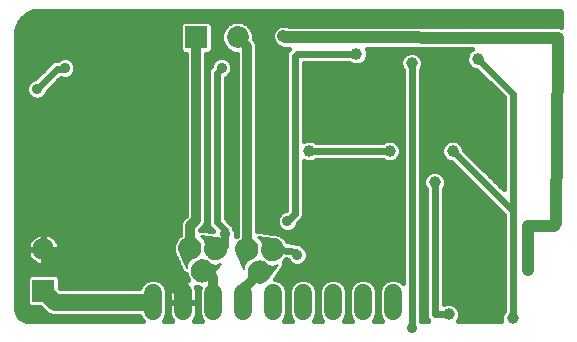
<source format=gbl>
G75*
%MOIN*%
%OFA0B0*%
%FSLAX25Y25*%
%IPPOS*%
%LPD*%
%AMOC8*
5,1,8,0,0,1.08239X$1,22.5*
%
%ADD10C,0.06000*%
%ADD11R,0.07283X0.07283*%
%ADD12C,0.07283*%
%ADD13R,0.04000X0.02000*%
%ADD14C,0.00500*%
%ADD15C,0.01600*%
%ADD16C,0.05600*%
%ADD17C,0.03962*%
%ADD18C,0.03569*%
%ADD19C,0.02400*%
%ADD20C,0.04000*%
%ADD21C,0.03200*%
D10*
X0053454Y0010926D02*
X0053454Y0016926D01*
X0063454Y0016926D02*
X0063454Y0010926D01*
X0073454Y0010926D02*
X0073454Y0016926D01*
X0083454Y0016926D02*
X0083454Y0010926D01*
X0093454Y0010926D02*
X0093454Y0016926D01*
X0103454Y0016926D02*
X0103454Y0010926D01*
X0113454Y0010926D02*
X0113454Y0016926D01*
X0123454Y0016926D02*
X0123454Y0010926D01*
X0133454Y0010926D02*
X0133454Y0016926D01*
D11*
X0016918Y0017745D03*
X0067863Y0102272D03*
D12*
X0081643Y0102272D03*
X0016918Y0031524D03*
D13*
X0065721Y0031761D03*
X0074296Y0032194D03*
X0084737Y0031406D03*
X0093312Y0031839D03*
X0089083Y0024005D03*
X0070068Y0024359D03*
D14*
X0072519Y0022062D02*
X0067181Y0022062D01*
X0067219Y0022010D02*
X0066810Y0022570D01*
X0066519Y0023199D01*
X0066355Y0023872D01*
X0066327Y0024565D01*
X0066433Y0025250D01*
X0066672Y0025900D01*
X0067033Y0026492D01*
X0067502Y0027002D01*
X0068062Y0027411D01*
X0068691Y0027702D01*
X0069364Y0027866D01*
X0070057Y0027894D01*
X0070741Y0027788D01*
X0071392Y0027549D01*
X0071984Y0027188D01*
X0072381Y0026797D01*
X0072847Y0026490D01*
X0073363Y0026280D01*
X0073911Y0026175D01*
X0074469Y0026179D01*
X0075015Y0026291D01*
X0075529Y0026508D01*
X0075990Y0026821D01*
X0072680Y0022237D01*
X0072211Y0021727D01*
X0071651Y0021318D01*
X0071022Y0021027D01*
X0070348Y0020864D01*
X0069656Y0020835D01*
X0068971Y0020942D01*
X0068320Y0021180D01*
X0067729Y0021541D01*
X0067219Y0022010D01*
X0067705Y0021563D02*
X0071986Y0021563D01*
X0071104Y0021065D02*
X0068636Y0021065D01*
X0066817Y0022560D02*
X0072913Y0022560D01*
X0073273Y0023059D02*
X0066584Y0023059D01*
X0066432Y0023557D02*
X0073633Y0023557D01*
X0073993Y0024056D02*
X0066348Y0024056D01*
X0066327Y0024554D02*
X0074353Y0024554D01*
X0074713Y0025053D02*
X0066403Y0025053D01*
X0066544Y0025551D02*
X0075073Y0025551D01*
X0075433Y0026050D02*
X0066763Y0026050D01*
X0067084Y0026548D02*
X0072758Y0026548D01*
X0072127Y0027047D02*
X0067563Y0027047D01*
X0068352Y0027545D02*
X0071398Y0027545D01*
X0072186Y0029041D02*
X0076394Y0029041D01*
X0076459Y0029082D02*
X0075874Y0028711D01*
X0075228Y0028461D01*
X0074545Y0028342D01*
X0073852Y0028359D01*
X0073176Y0028510D01*
X0072542Y0028791D01*
X0071975Y0029190D01*
X0071497Y0029691D01*
X0071126Y0030277D01*
X0070876Y0030923D01*
X0070757Y0031606D01*
X0070774Y0032299D01*
X0070940Y0032813D01*
X0071002Y0033349D01*
X0070959Y0033887D01*
X0070812Y0034406D01*
X0070566Y0034887D01*
X0070231Y0035311D01*
X0069820Y0035661D01*
X0069349Y0035924D01*
X0074713Y0035377D01*
X0075390Y0035226D01*
X0076023Y0034945D01*
X0076590Y0034546D01*
X0077069Y0034045D01*
X0077440Y0033459D01*
X0077689Y0032813D01*
X0077808Y0032130D01*
X0077792Y0031437D01*
X0077640Y0030761D01*
X0077360Y0030127D01*
X0076961Y0029560D01*
X0076459Y0029082D01*
X0076939Y0029539D02*
X0071641Y0029539D01*
X0071277Y0030038D02*
X0077297Y0030038D01*
X0077541Y0030536D02*
X0071025Y0030536D01*
X0070856Y0031035D02*
X0077702Y0031035D01*
X0077794Y0031534D02*
X0070770Y0031534D01*
X0070767Y0032032D02*
X0077806Y0032032D01*
X0077739Y0032531D02*
X0070848Y0032531D01*
X0070965Y0033029D02*
X0077606Y0033029D01*
X0077396Y0033528D02*
X0070988Y0033528D01*
X0070920Y0034026D02*
X0077080Y0034026D01*
X0076611Y0034525D02*
X0070752Y0034525D01*
X0070459Y0035023D02*
X0075847Y0035023D01*
X0073296Y0035522D02*
X0069984Y0035522D01*
X0068552Y0034026D02*
X0062842Y0034026D01*
X0062738Y0033897D02*
X0063173Y0034436D01*
X0063705Y0034881D01*
X0064313Y0035213D01*
X0064974Y0035420D01*
X0065664Y0035494D01*
X0066354Y0035432D01*
X0067019Y0035236D01*
X0067633Y0034915D01*
X0068172Y0034480D01*
X0068617Y0033948D01*
X0068949Y0033340D01*
X0069156Y0032678D01*
X0069230Y0031989D01*
X0069168Y0031299D01*
X0068973Y0030634D01*
X0068651Y0030020D01*
X0068216Y0029480D01*
X0067684Y0029036D01*
X0067076Y0028704D01*
X0066540Y0028546D01*
X0066045Y0028286D01*
X0065610Y0027934D01*
X0065252Y0027505D01*
X0064984Y0027014D01*
X0064818Y0026480D01*
X0064759Y0025924D01*
X0064809Y0025367D01*
X0062440Y0030577D01*
X0062233Y0031238D01*
X0062159Y0031927D01*
X0062221Y0032618D01*
X0062416Y0033283D01*
X0062738Y0033897D01*
X0062545Y0033528D02*
X0068846Y0033528D01*
X0069046Y0033029D02*
X0062342Y0033029D01*
X0062213Y0032531D02*
X0069172Y0032531D01*
X0069225Y0032032D02*
X0062169Y0032032D01*
X0062202Y0031534D02*
X0069189Y0031534D01*
X0069090Y0031035D02*
X0062297Y0031035D01*
X0062458Y0030536D02*
X0068922Y0030536D01*
X0068661Y0030038D02*
X0062685Y0030038D01*
X0062912Y0029539D02*
X0068264Y0029539D01*
X0067690Y0029041D02*
X0063139Y0029041D01*
X0063365Y0028542D02*
X0066534Y0028542D01*
X0065745Y0028044D02*
X0063592Y0028044D01*
X0063819Y0027545D02*
X0065285Y0027545D01*
X0065002Y0027047D02*
X0064045Y0027047D01*
X0064272Y0026548D02*
X0064839Y0026548D01*
X0064772Y0026050D02*
X0064499Y0026050D01*
X0064726Y0025551D02*
X0064793Y0025551D01*
X0073103Y0028542D02*
X0075438Y0028542D01*
X0075588Y0026548D02*
X0075793Y0026548D01*
X0081767Y0029539D02*
X0087565Y0029539D01*
X0087667Y0029666D02*
X0087232Y0029126D01*
X0086700Y0028682D01*
X0086092Y0028350D01*
X0085555Y0028191D01*
X0085060Y0027932D01*
X0084625Y0027580D01*
X0084267Y0027151D01*
X0084000Y0026660D01*
X0083834Y0026126D01*
X0083774Y0025570D01*
X0083825Y0025013D01*
X0081456Y0030222D01*
X0081249Y0030884D01*
X0081175Y0031573D01*
X0081237Y0032263D01*
X0081432Y0032928D01*
X0081754Y0033542D01*
X0082189Y0034082D01*
X0082720Y0034526D01*
X0083329Y0034858D01*
X0083990Y0035065D01*
X0084679Y0035139D01*
X0085370Y0035077D01*
X0086035Y0034882D01*
X0086649Y0034561D01*
X0087188Y0034126D01*
X0087633Y0033594D01*
X0087965Y0032985D01*
X0088172Y0032324D01*
X0088246Y0031635D01*
X0088184Y0030945D01*
X0087988Y0030280D01*
X0087667Y0029666D01*
X0087862Y0030038D02*
X0081540Y0030038D01*
X0081358Y0030536D02*
X0088064Y0030536D01*
X0088192Y0031035D02*
X0081233Y0031035D01*
X0081179Y0031534D02*
X0088237Y0031534D01*
X0088203Y0032032D02*
X0081216Y0032032D01*
X0081315Y0032531D02*
X0088107Y0032531D01*
X0087941Y0033029D02*
X0081485Y0033029D01*
X0081746Y0033528D02*
X0087669Y0033528D01*
X0087271Y0034026D02*
X0082144Y0034026D01*
X0082718Y0034525D02*
X0086693Y0034525D01*
X0085554Y0035023D02*
X0083856Y0035023D01*
X0088364Y0035570D02*
X0088836Y0035306D01*
X0089247Y0034956D01*
X0089582Y0034533D01*
X0089828Y0034052D01*
X0089975Y0033533D01*
X0090018Y0032994D01*
X0089955Y0032458D01*
X0089789Y0031944D01*
X0089773Y0031252D01*
X0089892Y0030569D01*
X0090141Y0029922D01*
X0090512Y0029337D01*
X0090991Y0028835D01*
X0091558Y0028437D01*
X0092191Y0028156D01*
X0092868Y0028005D01*
X0093560Y0027988D01*
X0094243Y0028107D01*
X0094890Y0028357D01*
X0095475Y0028728D01*
X0095977Y0029206D01*
X0096376Y0029773D01*
X0096656Y0030407D01*
X0096807Y0031083D01*
X0096824Y0031776D01*
X0096705Y0032459D01*
X0096455Y0033105D01*
X0096084Y0033690D01*
X0095606Y0034192D01*
X0095039Y0034591D01*
X0094405Y0034871D01*
X0093729Y0035023D01*
X0088364Y0035570D01*
X0088450Y0035522D02*
X0088835Y0035522D01*
X0089169Y0035023D02*
X0093726Y0035023D01*
X0095133Y0034525D02*
X0089586Y0034525D01*
X0089835Y0034026D02*
X0095764Y0034026D01*
X0096188Y0033528D02*
X0089975Y0033528D01*
X0090015Y0033029D02*
X0096485Y0033029D01*
X0096677Y0032531D02*
X0089964Y0032531D01*
X0089818Y0032032D02*
X0096779Y0032032D01*
X0096818Y0031534D02*
X0089779Y0031534D01*
X0089810Y0031035D02*
X0096797Y0031035D01*
X0096685Y0030536D02*
X0089904Y0030536D01*
X0090097Y0030038D02*
X0096493Y0030038D01*
X0096211Y0029539D02*
X0090384Y0029539D01*
X0090795Y0029041D02*
X0095804Y0029041D01*
X0095183Y0028542D02*
X0091407Y0028542D01*
X0092692Y0028044D02*
X0093882Y0028044D01*
X0095006Y0026467D02*
X0094545Y0026154D01*
X0094031Y0025937D01*
X0093485Y0025824D01*
X0092927Y0025821D01*
X0092379Y0025926D01*
X0091862Y0026136D01*
X0091397Y0026442D01*
X0091000Y0026834D01*
X0090408Y0027195D01*
X0089757Y0027433D01*
X0089072Y0027540D01*
X0088380Y0027511D01*
X0087706Y0027348D01*
X0087078Y0027057D01*
X0086518Y0026648D01*
X0086048Y0026138D01*
X0085688Y0025546D01*
X0085449Y0024895D01*
X0085342Y0024211D01*
X0085371Y0023518D01*
X0085534Y0022845D01*
X0085826Y0022216D01*
X0086234Y0021656D01*
X0086744Y0021187D01*
X0087336Y0020826D01*
X0087987Y0020587D01*
X0088672Y0020481D01*
X0089364Y0020509D01*
X0090038Y0020673D01*
X0090667Y0020964D01*
X0091226Y0021373D01*
X0091696Y0021883D01*
X0095006Y0026467D01*
X0094705Y0026050D02*
X0094298Y0026050D01*
X0094345Y0025551D02*
X0085691Y0025551D01*
X0085507Y0025053D02*
X0093985Y0025053D01*
X0093625Y0024554D02*
X0085396Y0024554D01*
X0085349Y0024056D02*
X0093265Y0024056D01*
X0092905Y0023557D02*
X0085369Y0023557D01*
X0085482Y0023059D02*
X0092545Y0023059D01*
X0092185Y0022560D02*
X0085666Y0022560D01*
X0085938Y0022062D02*
X0091825Y0022062D01*
X0091402Y0021563D02*
X0086335Y0021563D01*
X0086944Y0021065D02*
X0090804Y0021065D01*
X0089599Y0020566D02*
X0088123Y0020566D01*
X0085995Y0026050D02*
X0092073Y0026050D01*
X0091289Y0026548D02*
X0086426Y0026548D01*
X0087064Y0027047D02*
X0090650Y0027047D01*
X0087130Y0029041D02*
X0081993Y0029041D01*
X0082220Y0028542D02*
X0086445Y0028542D01*
X0085275Y0028044D02*
X0082447Y0028044D01*
X0082673Y0027545D02*
X0084596Y0027545D01*
X0084211Y0027047D02*
X0082900Y0027047D01*
X0083127Y0026548D02*
X0083965Y0026548D01*
X0083826Y0026050D02*
X0083353Y0026050D01*
X0083580Y0025551D02*
X0083776Y0025551D01*
X0083807Y0025053D02*
X0083821Y0025053D01*
X0068117Y0034525D02*
X0063279Y0034525D01*
X0063966Y0035023D02*
X0067426Y0035023D01*
D15*
X0009836Y0008247D02*
X0008815Y0009145D01*
X0008122Y0010314D01*
X0007824Y0011641D01*
X0007824Y0011648D01*
X0007859Y0011732D01*
X0007858Y0012583D01*
X0007938Y0013431D01*
X0007858Y0013689D01*
X0007819Y0104581D01*
X0007967Y0105354D01*
X0008731Y0107233D01*
X0009954Y0108851D01*
X0011555Y0110097D01*
X0013424Y0110886D01*
X0015433Y0111165D01*
X0015838Y0111141D01*
X0016030Y0111061D01*
X0016794Y0111062D01*
X0017553Y0110967D01*
X0017899Y0111063D01*
X0187144Y0111180D01*
X0187304Y0111124D01*
X0188253Y0111180D01*
X0188607Y0111181D01*
X0188905Y0111103D01*
X0189186Y0110923D01*
X0189398Y0110666D01*
X0189519Y0110355D01*
X0189532Y0110259D01*
X0189536Y0105715D01*
X0189055Y0105914D01*
X0189014Y0105914D01*
X0188977Y0105929D01*
X0188260Y0105915D01*
X0098679Y0105993D01*
X0097915Y0106267D01*
X0097670Y0106368D01*
X0097633Y0106368D01*
X0097492Y0106419D01*
X0096431Y0106368D01*
X0096166Y0106368D01*
X0096132Y0106354D01*
X0095982Y0106347D01*
X0095021Y0105894D01*
X0094776Y0105793D01*
X0094750Y0105767D01*
X0094615Y0105703D01*
X0093900Y0104917D01*
X0093713Y0104729D01*
X0093698Y0104695D01*
X0093598Y0104584D01*
X0093238Y0103584D01*
X0093137Y0103340D01*
X0093137Y0103302D01*
X0093086Y0103162D01*
X0093137Y0102100D01*
X0093137Y0101835D01*
X0093151Y0101801D01*
X0093158Y0101652D01*
X0093611Y0100690D01*
X0093713Y0100446D01*
X0093739Y0100419D01*
X0093803Y0100284D01*
X0094589Y0099569D01*
X0094776Y0099382D01*
X0094797Y0099373D01*
X0095196Y0098974D01*
X0095284Y0098938D01*
X0095354Y0098873D01*
X0095979Y0098649D01*
X0096592Y0098394D01*
X0096687Y0098394D01*
X0096777Y0098362D01*
X0097440Y0098394D01*
X0098795Y0098392D01*
X0098745Y0098342D01*
X0098154Y0097751D01*
X0097698Y0096649D01*
X0097698Y0044696D01*
X0097598Y0044597D01*
X0097544Y0044597D01*
X0096226Y0044051D01*
X0095218Y0043043D01*
X0094672Y0041726D01*
X0094672Y0040300D01*
X0095218Y0038982D01*
X0096226Y0037974D01*
X0097544Y0037428D01*
X0098970Y0037428D01*
X0100287Y0037974D01*
X0101295Y0038982D01*
X0101841Y0040300D01*
X0101841Y0040354D01*
X0102397Y0040910D01*
X0103241Y0041754D01*
X0103698Y0042857D01*
X0103698Y0060988D01*
X0104734Y0060558D01*
X0106239Y0060558D01*
X0107628Y0061134D01*
X0107834Y0061339D01*
X0129950Y0061339D01*
X0130156Y0061134D01*
X0131546Y0060558D01*
X0133050Y0060558D01*
X0134439Y0061134D01*
X0135503Y0062198D01*
X0136079Y0063587D01*
X0136079Y0065091D01*
X0135503Y0066481D01*
X0134439Y0067545D01*
X0133050Y0068120D01*
X0131546Y0068120D01*
X0130156Y0067545D01*
X0129950Y0067339D01*
X0107834Y0067339D01*
X0107628Y0067545D01*
X0106239Y0068120D01*
X0104734Y0068120D01*
X0103698Y0067691D01*
X0103698Y0093643D01*
X0118902Y0093643D01*
X0119107Y0093437D01*
X0120497Y0092861D01*
X0122001Y0092861D01*
X0123391Y0093437D01*
X0124454Y0094501D01*
X0125030Y0095890D01*
X0125030Y0097395D01*
X0124626Y0098370D01*
X0159734Y0098340D01*
X0159526Y0098253D01*
X0158462Y0097190D01*
X0157887Y0095800D01*
X0157887Y0094296D01*
X0158462Y0092906D01*
X0159526Y0091843D01*
X0160916Y0091267D01*
X0161206Y0091267D01*
X0170282Y0082191D01*
X0170282Y0051582D01*
X0157063Y0064801D01*
X0157063Y0065091D01*
X0156487Y0066481D01*
X0155424Y0067545D01*
X0154034Y0068120D01*
X0152530Y0068120D01*
X0151140Y0067545D01*
X0150076Y0066481D01*
X0149501Y0065091D01*
X0149501Y0063587D01*
X0150076Y0062198D01*
X0151140Y0061134D01*
X0152530Y0060558D01*
X0152820Y0060558D01*
X0170282Y0043097D01*
X0170282Y0010978D01*
X0170076Y0010773D01*
X0169501Y0009383D01*
X0169501Y0007879D01*
X0169550Y0007761D01*
X0155148Y0007748D01*
X0155188Y0007788D01*
X0155764Y0009178D01*
X0155764Y0010682D01*
X0155188Y0012072D01*
X0154124Y0013135D01*
X0152735Y0013711D01*
X0151231Y0013711D01*
X0150298Y0013325D01*
X0150298Y0051520D01*
X0150503Y0051725D01*
X0151079Y0053115D01*
X0151079Y0054619D01*
X0150503Y0056009D01*
X0149439Y0057072D01*
X0148050Y0057648D01*
X0146546Y0057648D01*
X0145156Y0057072D01*
X0144092Y0056009D01*
X0143517Y0054619D01*
X0143517Y0053115D01*
X0144092Y0051725D01*
X0144298Y0051520D01*
X0144298Y0009333D01*
X0144754Y0008231D01*
X0145246Y0007739D01*
X0142832Y0007736D01*
X0142831Y0007903D01*
X0142831Y0008696D01*
X0142830Y0008700D01*
X0142792Y0027831D01*
X0142716Y0091267D01*
X0142919Y0091469D01*
X0143494Y0092859D01*
X0143494Y0094363D01*
X0142919Y0095753D01*
X0141855Y0096816D01*
X0140465Y0097392D01*
X0138961Y0097392D01*
X0137572Y0096816D01*
X0136508Y0095753D01*
X0135932Y0094363D01*
X0135932Y0092859D01*
X0136508Y0091469D01*
X0136716Y0091261D01*
X0136791Y0028416D01*
X0136791Y0028414D01*
X0136792Y0027828D01*
X0136793Y0027223D01*
X0136793Y0027222D01*
X0136807Y0020361D01*
X0136173Y0020995D01*
X0134408Y0021726D01*
X0132499Y0021726D01*
X0130735Y0020995D01*
X0129384Y0019645D01*
X0128654Y0017881D01*
X0128654Y0009971D01*
X0129384Y0008207D01*
X0129867Y0007725D01*
X0127038Y0007722D01*
X0127523Y0008207D01*
X0128254Y0009971D01*
X0128254Y0017881D01*
X0127523Y0019645D01*
X0126173Y0020995D01*
X0124408Y0021726D01*
X0122499Y0021726D01*
X0120735Y0020995D01*
X0119384Y0019645D01*
X0118654Y0017881D01*
X0118654Y0009971D01*
X0119384Y0008207D01*
X0119876Y0007715D01*
X0117029Y0007713D01*
X0117523Y0008207D01*
X0118254Y0009971D01*
X0118254Y0017881D01*
X0117523Y0019645D01*
X0116173Y0020995D01*
X0114408Y0021726D01*
X0112499Y0021726D01*
X0110735Y0020995D01*
X0109384Y0019645D01*
X0108654Y0017881D01*
X0108654Y0009971D01*
X0109384Y0008207D01*
X0109885Y0007706D01*
X0107019Y0007704D01*
X0107523Y0008207D01*
X0108254Y0009971D01*
X0108254Y0017881D01*
X0107523Y0019645D01*
X0106173Y0020995D01*
X0104408Y0021726D01*
X0102499Y0021726D01*
X0100735Y0020995D01*
X0099384Y0019645D01*
X0098654Y0017881D01*
X0098654Y0009971D01*
X0099384Y0008207D01*
X0099894Y0007697D01*
X0097010Y0007695D01*
X0097523Y0008207D01*
X0098254Y0009971D01*
X0098254Y0017881D01*
X0097523Y0019645D01*
X0096173Y0020995D01*
X0094408Y0021726D01*
X0094111Y0021726D01*
X0096456Y0024973D01*
X0096859Y0025247D01*
X0096934Y0025635D01*
X0097165Y0025955D01*
X0097088Y0026436D01*
X0097179Y0026914D01*
X0096958Y0027241D01*
X0097078Y0027317D01*
X0097165Y0027332D01*
X0097216Y0027404D01*
X0097290Y0027451D01*
X0097309Y0027537D01*
X0097537Y0027861D01*
X0097824Y0028135D01*
X0097906Y0028167D01*
X0097922Y0028202D01*
X0098274Y0028155D01*
X0098486Y0027644D01*
X0099494Y0026635D01*
X0100811Y0026090D01*
X0102237Y0026090D01*
X0103555Y0026635D01*
X0104563Y0027644D01*
X0105109Y0028961D01*
X0105109Y0030387D01*
X0104563Y0031704D01*
X0103555Y0032713D01*
X0103500Y0032735D01*
X0103228Y0033090D01*
X0103210Y0033101D01*
X0103197Y0033117D01*
X0102694Y0033399D01*
X0102195Y0033688D01*
X0102174Y0033690D01*
X0102156Y0033701D01*
X0101583Y0033769D01*
X0098225Y0034214D01*
X0098152Y0034402D01*
X0098154Y0034490D01*
X0098093Y0034554D01*
X0098061Y0034636D01*
X0097981Y0034672D01*
X0097707Y0034959D01*
X0097495Y0035294D01*
X0097480Y0035380D01*
X0097408Y0035431D01*
X0097361Y0035505D01*
X0097275Y0035525D01*
X0096951Y0035753D01*
X0096677Y0036040D01*
X0096645Y0036122D01*
X0096565Y0036157D01*
X0096504Y0036221D01*
X0096416Y0036223D01*
X0096053Y0036384D01*
X0095729Y0036612D01*
X0095682Y0036686D01*
X0095596Y0036705D01*
X0095524Y0036756D01*
X0095437Y0036741D01*
X0095050Y0036828D01*
X0094819Y0036930D01*
X0094782Y0036976D01*
X0094695Y0036985D01*
X0094459Y0037090D01*
X0094294Y0037026D01*
X0094058Y0037050D01*
X0093348Y0037209D01*
X0093231Y0037134D01*
X0088994Y0037566D01*
X0088622Y0037773D01*
X0088182Y0037649D01*
X0088137Y0037653D01*
X0088137Y0099854D01*
X0087619Y0101104D01*
X0087084Y0101639D01*
X0087084Y0103355D01*
X0086256Y0105355D01*
X0084725Y0106886D01*
X0082725Y0107714D01*
X0080560Y0107714D01*
X0078560Y0106886D01*
X0077029Y0105355D01*
X0076201Y0103355D01*
X0076201Y0101190D01*
X0077029Y0099190D01*
X0078560Y0097659D01*
X0080560Y0096831D01*
X0081337Y0096831D01*
X0081337Y0036107D01*
X0081213Y0036039D01*
X0081125Y0036029D01*
X0081070Y0035961D01*
X0081014Y0035930D01*
X0081014Y0037237D01*
X0080468Y0038555D01*
X0080352Y0038671D01*
X0079973Y0039586D01*
X0079129Y0040430D01*
X0077694Y0041865D01*
X0077694Y0088750D01*
X0078300Y0089001D01*
X0079308Y0090009D01*
X0079854Y0091326D01*
X0079854Y0092752D01*
X0079308Y0094070D01*
X0078300Y0095078D01*
X0076982Y0095624D01*
X0075556Y0095624D01*
X0074239Y0095078D01*
X0073231Y0094070D01*
X0072685Y0092752D01*
X0072685Y0092698D01*
X0072151Y0092164D01*
X0071694Y0091061D01*
X0071694Y0040025D01*
X0072151Y0038923D01*
X0073514Y0037560D01*
X0069978Y0037920D01*
X0069606Y0038128D01*
X0069167Y0038003D01*
X0069121Y0038008D01*
X0069121Y0038036D01*
X0070569Y0039484D01*
X0071087Y0040733D01*
X0071087Y0096831D01*
X0072250Y0096831D01*
X0073305Y0097885D01*
X0073305Y0106660D01*
X0072250Y0107714D01*
X0063476Y0107714D01*
X0062421Y0106660D01*
X0062421Y0097885D01*
X0063476Y0096831D01*
X0064287Y0096831D01*
X0064287Y0042818D01*
X0063795Y0042326D01*
X0062839Y0041370D01*
X0062321Y0040120D01*
X0062321Y0036461D01*
X0062197Y0036393D01*
X0062110Y0036384D01*
X0062054Y0036315D01*
X0061977Y0036273D01*
X0061952Y0036189D01*
X0061704Y0035880D01*
X0061399Y0035626D01*
X0061315Y0035599D01*
X0061274Y0035521D01*
X0061207Y0035465D01*
X0061199Y0035377D01*
X0061015Y0035026D01*
X0060766Y0034717D01*
X0060689Y0034675D01*
X0060664Y0034591D01*
X0060609Y0034522D01*
X0060618Y0034435D01*
X0060507Y0034054D01*
X0060323Y0033703D01*
X0060255Y0033646D01*
X0060247Y0033559D01*
X0060206Y0033481D01*
X0060233Y0033397D01*
X0060197Y0033002D01*
X0060086Y0032621D01*
X0060030Y0032553D01*
X0060040Y0032465D01*
X0060015Y0032381D01*
X0060057Y0032303D01*
X0060099Y0031909D01*
X0060064Y0031514D01*
X0060023Y0031436D01*
X0060049Y0031352D01*
X0060042Y0031265D01*
X0060098Y0031197D01*
X0060216Y0030819D01*
X0060244Y0030559D01*
X0060223Y0030501D01*
X0060259Y0030421D01*
X0060286Y0030175D01*
X0060420Y0030067D01*
X0060522Y0029843D01*
X0060737Y0029154D01*
X0060866Y0029087D01*
X0062799Y0024835D01*
X0062844Y0024336D01*
X0063137Y0024092D01*
X0063295Y0023746D01*
X0063764Y0023570D01*
X0064149Y0023249D01*
X0064329Y0023265D01*
X0064332Y0023190D01*
X0064302Y0023107D01*
X0064339Y0023027D01*
X0064342Y0022939D01*
X0064407Y0022879D01*
X0064574Y0022520D01*
X0064667Y0022134D01*
X0064654Y0022047D01*
X0064706Y0021976D01*
X0064726Y0021891D01*
X0064801Y0021845D01*
X0065035Y0021525D01*
X0065071Y0021447D01*
X0064578Y0021608D01*
X0063831Y0021726D01*
X0063654Y0021726D01*
X0063654Y0014126D01*
X0068254Y0014126D01*
X0068254Y0017304D01*
X0068135Y0018050D01*
X0067902Y0018769D01*
X0067705Y0019154D01*
X0067764Y0019118D01*
X0067816Y0019047D01*
X0067903Y0019034D01*
X0067978Y0018988D01*
X0068064Y0019009D01*
X0068456Y0018947D01*
X0068828Y0018811D01*
X0068893Y0018751D01*
X0068981Y0018755D01*
X0069011Y0018744D01*
X0068654Y0017881D01*
X0068654Y0009971D01*
X0069384Y0008207D01*
X0069921Y0007670D01*
X0066983Y0007667D01*
X0067115Y0007799D01*
X0067559Y0008410D01*
X0067902Y0009083D01*
X0068135Y0009802D01*
X0068254Y0010548D01*
X0068254Y0013726D01*
X0063654Y0013726D01*
X0063654Y0014126D01*
X0063254Y0014126D01*
X0063254Y0021726D01*
X0063076Y0021726D01*
X0062330Y0021608D01*
X0061611Y0021374D01*
X0060938Y0021031D01*
X0060327Y0020587D01*
X0059792Y0020053D01*
X0059348Y0019442D01*
X0059005Y0018769D01*
X0058772Y0018050D01*
X0058654Y0017304D01*
X0058654Y0014126D01*
X0063253Y0014126D01*
X0063253Y0013726D01*
X0058654Y0013726D01*
X0058654Y0010548D01*
X0058772Y0009802D01*
X0059005Y0009083D01*
X0059348Y0008410D01*
X0059792Y0007799D01*
X0059930Y0007661D01*
X0056974Y0007658D01*
X0057523Y0008207D01*
X0058254Y0009971D01*
X0058254Y0017881D01*
X0057523Y0019645D01*
X0056173Y0020995D01*
X0054408Y0021726D01*
X0052499Y0021726D01*
X0050735Y0020995D01*
X0049384Y0019645D01*
X0048921Y0018526D01*
X0022592Y0018526D01*
X0022360Y0018763D01*
X0022360Y0022132D01*
X0021305Y0023187D01*
X0012531Y0023187D01*
X0011476Y0022132D01*
X0011476Y0013358D01*
X0012531Y0012303D01*
X0015809Y0012303D01*
X0016749Y0011343D01*
X0016759Y0011320D01*
X0017389Y0010690D01*
X0018012Y0010054D01*
X0018035Y0010044D01*
X0018053Y0010026D01*
X0018876Y0009685D01*
X0019695Y0009336D01*
X0019720Y0009336D01*
X0019743Y0009326D01*
X0020635Y0009326D01*
X0021525Y0009317D01*
X0021548Y0009326D01*
X0048921Y0009326D01*
X0049384Y0008207D01*
X0049940Y0007652D01*
X0011614Y0007617D01*
X0011084Y0007709D01*
X0009836Y0008247D01*
X0010370Y0008017D02*
X0049574Y0008017D01*
X0057333Y0008017D02*
X0059634Y0008017D01*
X0058832Y0009615D02*
X0058106Y0009615D01*
X0058254Y0011214D02*
X0058654Y0011214D01*
X0058654Y0012812D02*
X0058254Y0012812D01*
X0058254Y0014411D02*
X0058654Y0014411D01*
X0058654Y0016009D02*
X0058254Y0016009D01*
X0058254Y0017608D02*
X0058702Y0017608D01*
X0059228Y0019206D02*
X0057704Y0019206D01*
X0056363Y0020805D02*
X0060626Y0020805D01*
X0063254Y0020805D02*
X0063654Y0020805D01*
X0063654Y0019206D02*
X0063254Y0019206D01*
X0063254Y0017608D02*
X0063654Y0017608D01*
X0063654Y0016009D02*
X0063254Y0016009D01*
X0063254Y0014411D02*
X0063654Y0014411D01*
X0068254Y0014411D02*
X0068654Y0014411D01*
X0068654Y0016009D02*
X0068254Y0016009D01*
X0068205Y0017608D02*
X0068654Y0017608D01*
X0068654Y0012812D02*
X0068254Y0012812D01*
X0068254Y0011214D02*
X0068654Y0011214D01*
X0068801Y0009615D02*
X0068075Y0009615D01*
X0067273Y0008017D02*
X0069574Y0008017D01*
X0050544Y0020805D02*
X0022360Y0020805D01*
X0022360Y0019206D02*
X0049203Y0019206D01*
X0062451Y0025601D02*
X0007853Y0025601D01*
X0007852Y0027199D02*
X0013613Y0027199D01*
X0013373Y0027374D02*
X0014066Y0026870D01*
X0014829Y0026481D01*
X0015644Y0026217D01*
X0016490Y0026083D01*
X0016734Y0026083D01*
X0016734Y0031340D01*
X0017102Y0031340D01*
X0017102Y0026083D01*
X0017346Y0026083D01*
X0018192Y0026217D01*
X0019007Y0026481D01*
X0019770Y0026870D01*
X0020463Y0027374D01*
X0021069Y0027979D01*
X0021572Y0028672D01*
X0021961Y0029436D01*
X0022226Y0030250D01*
X0022360Y0031096D01*
X0022360Y0031340D01*
X0017102Y0031340D01*
X0017102Y0031709D01*
X0016734Y0031709D01*
X0016734Y0036966D01*
X0016490Y0036966D01*
X0015644Y0036832D01*
X0014829Y0036567D01*
X0014066Y0036179D01*
X0013373Y0035675D01*
X0012767Y0035069D01*
X0012264Y0034376D01*
X0011875Y0033613D01*
X0011610Y0032799D01*
X0011476Y0031953D01*
X0011476Y0031709D01*
X0016734Y0031709D01*
X0016734Y0031340D01*
X0011476Y0031340D01*
X0011476Y0031096D01*
X0011610Y0030250D01*
X0011875Y0029436D01*
X0012264Y0028672D01*
X0012767Y0027979D01*
X0013373Y0027374D01*
X0012200Y0028798D02*
X0007851Y0028798D01*
X0007851Y0030396D02*
X0011587Y0030396D01*
X0011483Y0031995D02*
X0007850Y0031995D01*
X0007849Y0033593D02*
X0011868Y0033593D01*
X0012890Y0035192D02*
X0007849Y0035192D01*
X0007848Y0036790D02*
X0015514Y0036790D01*
X0016734Y0036790D02*
X0017102Y0036790D01*
X0017102Y0036966D02*
X0017102Y0031709D01*
X0022360Y0031709D01*
X0022360Y0031953D01*
X0022226Y0032799D01*
X0021961Y0033613D01*
X0021572Y0034376D01*
X0021069Y0035069D01*
X0020463Y0035675D01*
X0019770Y0036179D01*
X0019007Y0036567D01*
X0018192Y0036832D01*
X0017346Y0036966D01*
X0017102Y0036966D01*
X0018322Y0036790D02*
X0062321Y0036790D01*
X0061102Y0035192D02*
X0020947Y0035192D01*
X0021968Y0033593D02*
X0060250Y0033593D01*
X0060090Y0031995D02*
X0022353Y0031995D01*
X0022249Y0030396D02*
X0060262Y0030396D01*
X0060997Y0028798D02*
X0021636Y0028798D01*
X0020223Y0027199D02*
X0061724Y0027199D01*
X0063178Y0024002D02*
X0007853Y0024002D01*
X0007854Y0022403D02*
X0011748Y0022403D01*
X0011476Y0020805D02*
X0007855Y0020805D01*
X0007856Y0019206D02*
X0011476Y0019206D01*
X0011476Y0017608D02*
X0007856Y0017608D01*
X0007857Y0016009D02*
X0011476Y0016009D01*
X0011476Y0014411D02*
X0007858Y0014411D01*
X0007880Y0012812D02*
X0012022Y0012812D01*
X0007920Y0011214D02*
X0016865Y0011214D01*
X0019040Y0009615D02*
X0008536Y0009615D01*
X0022089Y0022403D02*
X0064602Y0022403D01*
X0081014Y0036790D02*
X0081337Y0036790D01*
X0081337Y0038389D02*
X0080537Y0038389D01*
X0081337Y0039987D02*
X0079572Y0039987D01*
X0077974Y0041586D02*
X0081337Y0041586D01*
X0081337Y0043184D02*
X0077694Y0043184D01*
X0077694Y0044783D02*
X0081337Y0044783D01*
X0081337Y0046381D02*
X0077694Y0046381D01*
X0077694Y0047980D02*
X0081337Y0047980D01*
X0081337Y0049578D02*
X0077694Y0049578D01*
X0077694Y0051177D02*
X0081337Y0051177D01*
X0081337Y0052775D02*
X0077694Y0052775D01*
X0077694Y0054374D02*
X0081337Y0054374D01*
X0081337Y0055972D02*
X0077694Y0055972D01*
X0077694Y0057571D02*
X0081337Y0057571D01*
X0081337Y0059169D02*
X0077694Y0059169D01*
X0077694Y0060768D02*
X0081337Y0060768D01*
X0081337Y0062366D02*
X0077694Y0062366D01*
X0077694Y0063965D02*
X0081337Y0063965D01*
X0081337Y0065563D02*
X0077694Y0065563D01*
X0077694Y0067162D02*
X0081337Y0067162D01*
X0081337Y0068760D02*
X0077694Y0068760D01*
X0077694Y0070359D02*
X0081337Y0070359D01*
X0081337Y0071957D02*
X0077694Y0071957D01*
X0077694Y0073556D02*
X0081337Y0073556D01*
X0081337Y0075154D02*
X0077694Y0075154D01*
X0077694Y0076753D02*
X0081337Y0076753D01*
X0081337Y0078351D02*
X0077694Y0078351D01*
X0077694Y0079950D02*
X0081337Y0079950D01*
X0081337Y0081548D02*
X0077694Y0081548D01*
X0077694Y0083147D02*
X0081337Y0083147D01*
X0081337Y0084745D02*
X0077694Y0084745D01*
X0077694Y0086344D02*
X0081337Y0086344D01*
X0081337Y0087942D02*
X0077694Y0087942D01*
X0078840Y0089541D02*
X0081337Y0089541D01*
X0081337Y0091139D02*
X0079776Y0091139D01*
X0079854Y0092738D02*
X0081337Y0092738D01*
X0081337Y0094336D02*
X0079041Y0094336D01*
X0081337Y0095935D02*
X0071087Y0095935D01*
X0071087Y0094336D02*
X0073498Y0094336D01*
X0072685Y0092738D02*
X0071087Y0092738D01*
X0071087Y0091139D02*
X0071727Y0091139D01*
X0071694Y0089541D02*
X0071087Y0089541D01*
X0071087Y0087942D02*
X0071694Y0087942D01*
X0071694Y0086344D02*
X0071087Y0086344D01*
X0071087Y0084745D02*
X0071694Y0084745D01*
X0071694Y0083147D02*
X0071087Y0083147D01*
X0071087Y0081548D02*
X0071694Y0081548D01*
X0071694Y0079950D02*
X0071087Y0079950D01*
X0071087Y0078351D02*
X0071694Y0078351D01*
X0071694Y0076753D02*
X0071087Y0076753D01*
X0071087Y0075154D02*
X0071694Y0075154D01*
X0071694Y0073556D02*
X0071087Y0073556D01*
X0071087Y0071957D02*
X0071694Y0071957D01*
X0071694Y0070359D02*
X0071087Y0070359D01*
X0071087Y0068760D02*
X0071694Y0068760D01*
X0071694Y0067162D02*
X0071087Y0067162D01*
X0071087Y0065563D02*
X0071694Y0065563D01*
X0071694Y0063965D02*
X0071087Y0063965D01*
X0071087Y0062366D02*
X0071694Y0062366D01*
X0071694Y0060768D02*
X0071087Y0060768D01*
X0071087Y0059169D02*
X0071694Y0059169D01*
X0071694Y0057571D02*
X0071087Y0057571D01*
X0071087Y0055972D02*
X0071694Y0055972D01*
X0071694Y0054374D02*
X0071087Y0054374D01*
X0071087Y0052775D02*
X0071694Y0052775D01*
X0071694Y0051177D02*
X0071087Y0051177D01*
X0071087Y0049578D02*
X0071694Y0049578D01*
X0071694Y0047980D02*
X0071087Y0047980D01*
X0071087Y0046381D02*
X0071694Y0046381D01*
X0071694Y0044783D02*
X0071087Y0044783D01*
X0071087Y0043184D02*
X0071694Y0043184D01*
X0071694Y0041586D02*
X0071087Y0041586D01*
X0070778Y0039987D02*
X0071710Y0039987D01*
X0072685Y0038389D02*
X0069474Y0038389D01*
X0064287Y0043184D02*
X0007845Y0043184D01*
X0007845Y0044783D02*
X0064287Y0044783D01*
X0064287Y0046381D02*
X0007844Y0046381D01*
X0007843Y0047980D02*
X0064287Y0047980D01*
X0064287Y0049578D02*
X0007843Y0049578D01*
X0007842Y0051177D02*
X0064287Y0051177D01*
X0064287Y0052775D02*
X0007841Y0052775D01*
X0007841Y0054374D02*
X0064287Y0054374D01*
X0064287Y0055972D02*
X0007840Y0055972D01*
X0007839Y0057571D02*
X0064287Y0057571D01*
X0064287Y0059169D02*
X0007838Y0059169D01*
X0007838Y0060768D02*
X0064287Y0060768D01*
X0064287Y0062366D02*
X0007837Y0062366D01*
X0007836Y0063965D02*
X0064287Y0063965D01*
X0064287Y0065563D02*
X0007836Y0065563D01*
X0007835Y0067162D02*
X0064287Y0067162D01*
X0064287Y0068760D02*
X0007834Y0068760D01*
X0007834Y0070359D02*
X0064287Y0070359D01*
X0064287Y0071957D02*
X0007833Y0071957D01*
X0007832Y0073556D02*
X0064287Y0073556D01*
X0064287Y0075154D02*
X0007832Y0075154D01*
X0007831Y0076753D02*
X0064287Y0076753D01*
X0064287Y0078351D02*
X0007830Y0078351D01*
X0007830Y0079950D02*
X0064287Y0079950D01*
X0064287Y0081548D02*
X0015852Y0081548D01*
X0015505Y0081405D02*
X0016822Y0081950D01*
X0017831Y0082959D01*
X0018376Y0084276D01*
X0018376Y0084409D01*
X0022607Y0088640D01*
X0023252Y0088373D01*
X0024678Y0088373D01*
X0025996Y0088919D01*
X0027004Y0089927D01*
X0027550Y0091245D01*
X0027550Y0092670D01*
X0027004Y0093988D01*
X0025996Y0094996D01*
X0024678Y0095542D01*
X0023252Y0095542D01*
X0021935Y0094996D01*
X0021660Y0094721D01*
X0020849Y0094721D01*
X0019746Y0094265D01*
X0018902Y0093421D01*
X0014038Y0088556D01*
X0012762Y0088028D01*
X0011754Y0087019D01*
X0011208Y0085702D01*
X0011208Y0084276D01*
X0011754Y0082959D01*
X0012762Y0081950D01*
X0014079Y0081405D01*
X0015505Y0081405D01*
X0013732Y0081548D02*
X0007829Y0081548D01*
X0007828Y0083147D02*
X0011676Y0083147D01*
X0011208Y0084745D02*
X0007828Y0084745D01*
X0007827Y0086344D02*
X0011474Y0086344D01*
X0012677Y0087942D02*
X0007826Y0087942D01*
X0007826Y0089541D02*
X0015023Y0089541D01*
X0016621Y0091139D02*
X0007825Y0091139D01*
X0007824Y0092738D02*
X0018220Y0092738D01*
X0019920Y0094336D02*
X0007823Y0094336D01*
X0007823Y0095935D02*
X0064287Y0095935D01*
X0064287Y0094336D02*
X0026655Y0094336D01*
X0027522Y0092738D02*
X0064287Y0092738D01*
X0064287Y0091139D02*
X0027506Y0091139D01*
X0026618Y0089541D02*
X0064287Y0089541D01*
X0064287Y0087942D02*
X0021909Y0087942D01*
X0020311Y0086344D02*
X0064287Y0086344D01*
X0064287Y0084745D02*
X0018712Y0084745D01*
X0017909Y0083147D02*
X0064287Y0083147D01*
X0062773Y0097534D02*
X0007822Y0097534D01*
X0007821Y0099132D02*
X0062421Y0099132D01*
X0062421Y0100731D02*
X0007821Y0100731D01*
X0007820Y0102329D02*
X0062421Y0102329D01*
X0062421Y0103928D02*
X0007819Y0103928D01*
X0008037Y0105526D02*
X0062421Y0105526D01*
X0062886Y0107125D02*
X0008687Y0107125D01*
X0009858Y0108723D02*
X0189534Y0108723D01*
X0189535Y0107125D02*
X0084148Y0107125D01*
X0086085Y0105526D02*
X0094454Y0105526D01*
X0093362Y0103928D02*
X0086847Y0103928D01*
X0087084Y0102329D02*
X0093126Y0102329D01*
X0093592Y0100731D02*
X0087774Y0100731D01*
X0088137Y0099132D02*
X0095038Y0099132D01*
X0098064Y0097534D02*
X0088137Y0097534D01*
X0088137Y0095935D02*
X0097698Y0095935D01*
X0097698Y0094336D02*
X0088137Y0094336D01*
X0088137Y0092738D02*
X0097698Y0092738D01*
X0097698Y0091139D02*
X0088137Y0091139D01*
X0088137Y0089541D02*
X0097698Y0089541D01*
X0097698Y0087942D02*
X0088137Y0087942D01*
X0088137Y0086344D02*
X0097698Y0086344D01*
X0097698Y0084745D02*
X0088137Y0084745D01*
X0088137Y0083147D02*
X0097698Y0083147D01*
X0097698Y0081548D02*
X0088137Y0081548D01*
X0088137Y0079950D02*
X0097698Y0079950D01*
X0097698Y0078351D02*
X0088137Y0078351D01*
X0088137Y0076753D02*
X0097698Y0076753D01*
X0097698Y0075154D02*
X0088137Y0075154D01*
X0088137Y0073556D02*
X0097698Y0073556D01*
X0097698Y0071957D02*
X0088137Y0071957D01*
X0088137Y0070359D02*
X0097698Y0070359D01*
X0097698Y0068760D02*
X0088137Y0068760D01*
X0088137Y0067162D02*
X0097698Y0067162D01*
X0097698Y0065563D02*
X0088137Y0065563D01*
X0088137Y0063965D02*
X0097698Y0063965D01*
X0097698Y0062366D02*
X0088137Y0062366D01*
X0088137Y0060768D02*
X0097698Y0060768D01*
X0097698Y0059169D02*
X0088137Y0059169D01*
X0088137Y0057571D02*
X0097698Y0057571D01*
X0097698Y0055972D02*
X0088137Y0055972D01*
X0088137Y0054374D02*
X0097698Y0054374D01*
X0097698Y0052775D02*
X0088137Y0052775D01*
X0088137Y0051177D02*
X0097698Y0051177D01*
X0097698Y0049578D02*
X0088137Y0049578D01*
X0088137Y0047980D02*
X0097698Y0047980D01*
X0097698Y0046381D02*
X0088137Y0046381D01*
X0088137Y0044783D02*
X0097698Y0044783D01*
X0095359Y0043184D02*
X0088137Y0043184D01*
X0088137Y0041586D02*
X0094672Y0041586D01*
X0094802Y0039987D02*
X0088137Y0039987D01*
X0088137Y0038389D02*
X0095812Y0038389D01*
X0095218Y0036790D02*
X0136781Y0036790D01*
X0136783Y0035192D02*
X0097560Y0035192D01*
X0102359Y0033593D02*
X0136785Y0033593D01*
X0136787Y0031995D02*
X0104273Y0031995D01*
X0105105Y0030396D02*
X0136789Y0030396D01*
X0136791Y0028798D02*
X0105041Y0028798D01*
X0104118Y0027199D02*
X0136793Y0027199D01*
X0136797Y0025601D02*
X0096927Y0025601D01*
X0096986Y0027199D02*
X0098931Y0027199D01*
X0095755Y0024002D02*
X0136800Y0024002D01*
X0136803Y0022403D02*
X0094600Y0022403D01*
X0096363Y0020805D02*
X0100544Y0020805D01*
X0099203Y0019206D02*
X0097704Y0019206D01*
X0098254Y0017608D02*
X0098654Y0017608D01*
X0098654Y0016009D02*
X0098254Y0016009D01*
X0098254Y0014411D02*
X0098654Y0014411D01*
X0098654Y0012812D02*
X0098254Y0012812D01*
X0098254Y0011214D02*
X0098654Y0011214D01*
X0098801Y0009615D02*
X0098106Y0009615D01*
X0097333Y0008017D02*
X0099574Y0008017D01*
X0107333Y0008017D02*
X0109574Y0008017D01*
X0108801Y0009615D02*
X0108106Y0009615D01*
X0108254Y0011214D02*
X0108654Y0011214D01*
X0108654Y0012812D02*
X0108254Y0012812D01*
X0108254Y0014411D02*
X0108654Y0014411D01*
X0108654Y0016009D02*
X0108254Y0016009D01*
X0108254Y0017608D02*
X0108654Y0017608D01*
X0109203Y0019206D02*
X0107704Y0019206D01*
X0106363Y0020805D02*
X0110544Y0020805D01*
X0116363Y0020805D02*
X0120544Y0020805D01*
X0119203Y0019206D02*
X0117704Y0019206D01*
X0118254Y0017608D02*
X0118654Y0017608D01*
X0118654Y0016009D02*
X0118254Y0016009D01*
X0118254Y0014411D02*
X0118654Y0014411D01*
X0118654Y0012812D02*
X0118254Y0012812D01*
X0118254Y0011214D02*
X0118654Y0011214D01*
X0118801Y0009615D02*
X0118106Y0009615D01*
X0117333Y0008017D02*
X0119574Y0008017D01*
X0127333Y0008017D02*
X0129574Y0008017D01*
X0128801Y0009615D02*
X0128106Y0009615D01*
X0128254Y0011214D02*
X0128654Y0011214D01*
X0128654Y0012812D02*
X0128254Y0012812D01*
X0128254Y0014411D02*
X0128654Y0014411D01*
X0128654Y0016009D02*
X0128254Y0016009D01*
X0128254Y0017608D02*
X0128654Y0017608D01*
X0129203Y0019206D02*
X0127704Y0019206D01*
X0126363Y0020805D02*
X0130544Y0020805D01*
X0136363Y0020805D02*
X0136806Y0020805D01*
X0142806Y0020805D02*
X0144298Y0020805D01*
X0144298Y0022403D02*
X0142803Y0022403D01*
X0142800Y0024002D02*
X0144298Y0024002D01*
X0144298Y0025601D02*
X0142797Y0025601D01*
X0142793Y0027199D02*
X0144298Y0027199D01*
X0144298Y0028798D02*
X0142791Y0028798D01*
X0142789Y0030396D02*
X0144298Y0030396D01*
X0144298Y0031995D02*
X0142787Y0031995D01*
X0142785Y0033593D02*
X0144298Y0033593D01*
X0144298Y0035192D02*
X0142783Y0035192D01*
X0142781Y0036790D02*
X0144298Y0036790D01*
X0144298Y0038389D02*
X0142779Y0038389D01*
X0142778Y0039987D02*
X0144298Y0039987D01*
X0144298Y0041586D02*
X0142776Y0041586D01*
X0142774Y0043184D02*
X0144298Y0043184D01*
X0144298Y0044783D02*
X0142772Y0044783D01*
X0142770Y0046381D02*
X0144298Y0046381D01*
X0144298Y0047980D02*
X0142768Y0047980D01*
X0142766Y0049578D02*
X0144298Y0049578D01*
X0144298Y0051177D02*
X0142764Y0051177D01*
X0142762Y0052775D02*
X0143657Y0052775D01*
X0143517Y0054374D02*
X0142760Y0054374D01*
X0142758Y0055972D02*
X0144077Y0055972D01*
X0142757Y0057571D02*
X0146359Y0057571D01*
X0148236Y0057571D02*
X0155808Y0057571D01*
X0154209Y0059169D02*
X0142755Y0059169D01*
X0142753Y0060768D02*
X0152024Y0060768D01*
X0150007Y0062366D02*
X0142751Y0062366D01*
X0142749Y0063965D02*
X0149501Y0063965D01*
X0149696Y0065563D02*
X0142747Y0065563D01*
X0142745Y0067162D02*
X0150757Y0067162D01*
X0155807Y0067162D02*
X0170282Y0067162D01*
X0170282Y0068760D02*
X0142743Y0068760D01*
X0142741Y0070359D02*
X0170282Y0070359D01*
X0170282Y0071957D02*
X0142739Y0071957D01*
X0142737Y0073556D02*
X0170282Y0073556D01*
X0170282Y0075154D02*
X0142735Y0075154D01*
X0142734Y0076753D02*
X0170282Y0076753D01*
X0170282Y0078351D02*
X0142732Y0078351D01*
X0142730Y0079950D02*
X0170282Y0079950D01*
X0170282Y0081548D02*
X0142728Y0081548D01*
X0142726Y0083147D02*
X0169326Y0083147D01*
X0167728Y0084745D02*
X0142724Y0084745D01*
X0142722Y0086344D02*
X0166129Y0086344D01*
X0164531Y0087942D02*
X0142720Y0087942D01*
X0142718Y0089541D02*
X0162932Y0089541D01*
X0161334Y0091139D02*
X0142716Y0091139D01*
X0143444Y0092738D02*
X0158630Y0092738D01*
X0157887Y0094336D02*
X0143494Y0094336D01*
X0142737Y0095935D02*
X0157942Y0095935D01*
X0158806Y0097534D02*
X0124972Y0097534D01*
X0125030Y0095935D02*
X0136690Y0095935D01*
X0135932Y0094336D02*
X0124290Y0094336D01*
X0135982Y0092738D02*
X0103698Y0092738D01*
X0103698Y0091139D02*
X0136716Y0091139D01*
X0136718Y0089541D02*
X0103698Y0089541D01*
X0103698Y0087942D02*
X0136720Y0087942D01*
X0136722Y0086344D02*
X0103698Y0086344D01*
X0103698Y0084745D02*
X0136724Y0084745D01*
X0136726Y0083147D02*
X0103698Y0083147D01*
X0103698Y0081548D02*
X0136728Y0081548D01*
X0136730Y0079950D02*
X0103698Y0079950D01*
X0103698Y0078351D02*
X0136732Y0078351D01*
X0136734Y0076753D02*
X0103698Y0076753D01*
X0103698Y0075154D02*
X0136735Y0075154D01*
X0136737Y0073556D02*
X0103698Y0073556D01*
X0103698Y0071957D02*
X0136739Y0071957D01*
X0136741Y0070359D02*
X0103698Y0070359D01*
X0103698Y0068760D02*
X0136743Y0068760D01*
X0136745Y0067162D02*
X0134822Y0067162D01*
X0135883Y0065563D02*
X0136747Y0065563D01*
X0136749Y0063965D02*
X0136079Y0063965D01*
X0135573Y0062366D02*
X0136751Y0062366D01*
X0136753Y0060768D02*
X0133555Y0060768D01*
X0131040Y0060768D02*
X0106744Y0060768D01*
X0104229Y0060768D02*
X0103698Y0060768D01*
X0103698Y0059169D02*
X0136755Y0059169D01*
X0136757Y0057571D02*
X0103698Y0057571D01*
X0103698Y0055972D02*
X0136758Y0055972D01*
X0136760Y0054374D02*
X0103698Y0054374D01*
X0103698Y0052775D02*
X0136762Y0052775D01*
X0136764Y0051177D02*
X0103698Y0051177D01*
X0103698Y0049578D02*
X0136766Y0049578D01*
X0136768Y0047980D02*
X0103698Y0047980D01*
X0103698Y0046381D02*
X0136770Y0046381D01*
X0136772Y0044783D02*
X0103698Y0044783D01*
X0103698Y0043184D02*
X0136774Y0043184D01*
X0136776Y0041586D02*
X0103072Y0041586D01*
X0101711Y0039987D02*
X0136778Y0039987D01*
X0136779Y0038389D02*
X0100702Y0038389D01*
X0063054Y0041586D02*
X0007846Y0041586D01*
X0007847Y0039987D02*
X0062321Y0039987D01*
X0062321Y0038389D02*
X0007847Y0038389D01*
X0016734Y0035192D02*
X0017102Y0035192D01*
X0017102Y0033593D02*
X0016734Y0033593D01*
X0016734Y0031995D02*
X0017102Y0031995D01*
X0017102Y0030396D02*
X0016734Y0030396D01*
X0016734Y0028798D02*
X0017102Y0028798D01*
X0017102Y0027199D02*
X0016734Y0027199D01*
X0072953Y0097534D02*
X0078863Y0097534D01*
X0077087Y0099132D02*
X0073305Y0099132D01*
X0073305Y0100731D02*
X0076391Y0100731D01*
X0076201Y0102329D02*
X0073305Y0102329D01*
X0073305Y0103928D02*
X0076438Y0103928D01*
X0077200Y0105526D02*
X0073305Y0105526D01*
X0072840Y0107125D02*
X0079137Y0107125D01*
X0012087Y0110322D02*
X0189524Y0110322D01*
X0170282Y0065563D02*
X0156868Y0065563D01*
X0157899Y0063965D02*
X0170282Y0063965D01*
X0170282Y0062366D02*
X0159498Y0062366D01*
X0161096Y0060768D02*
X0170282Y0060768D01*
X0170282Y0059169D02*
X0162695Y0059169D01*
X0164293Y0057571D02*
X0170282Y0057571D01*
X0170282Y0055972D02*
X0165892Y0055972D01*
X0167490Y0054374D02*
X0170282Y0054374D01*
X0170282Y0052775D02*
X0169089Y0052775D01*
X0163800Y0049578D02*
X0150298Y0049578D01*
X0150298Y0047980D02*
X0165399Y0047980D01*
X0166997Y0046381D02*
X0150298Y0046381D01*
X0150298Y0044783D02*
X0168596Y0044783D01*
X0170194Y0043184D02*
X0150298Y0043184D01*
X0150298Y0041586D02*
X0170282Y0041586D01*
X0170282Y0039987D02*
X0150298Y0039987D01*
X0150298Y0038389D02*
X0170282Y0038389D01*
X0170282Y0036790D02*
X0150298Y0036790D01*
X0150298Y0035192D02*
X0170282Y0035192D01*
X0170282Y0033593D02*
X0150298Y0033593D01*
X0150298Y0031995D02*
X0170282Y0031995D01*
X0170282Y0030396D02*
X0150298Y0030396D01*
X0150298Y0028798D02*
X0170282Y0028798D01*
X0170282Y0027199D02*
X0150298Y0027199D01*
X0150298Y0025601D02*
X0170282Y0025601D01*
X0170282Y0024002D02*
X0150298Y0024002D01*
X0150298Y0022403D02*
X0170282Y0022403D01*
X0170282Y0020805D02*
X0150298Y0020805D01*
X0150298Y0019206D02*
X0170282Y0019206D01*
X0170282Y0017608D02*
X0150298Y0017608D01*
X0150298Y0016009D02*
X0170282Y0016009D01*
X0170282Y0014411D02*
X0150298Y0014411D01*
X0154447Y0012812D02*
X0170282Y0012812D01*
X0170282Y0011214D02*
X0155543Y0011214D01*
X0155764Y0009615D02*
X0169597Y0009615D01*
X0169501Y0008017D02*
X0155283Y0008017D01*
X0144968Y0008017D02*
X0142831Y0008017D01*
X0142828Y0009615D02*
X0144298Y0009615D01*
X0144298Y0011214D02*
X0142825Y0011214D01*
X0142822Y0012812D02*
X0144298Y0012812D01*
X0144298Y0014411D02*
X0142819Y0014411D01*
X0142815Y0016009D02*
X0144298Y0016009D01*
X0144298Y0017608D02*
X0142812Y0017608D01*
X0142809Y0019206D02*
X0144298Y0019206D01*
X0150298Y0051177D02*
X0162202Y0051177D01*
X0160603Y0052775D02*
X0150938Y0052775D01*
X0151079Y0054374D02*
X0159005Y0054374D01*
X0157406Y0055972D02*
X0150518Y0055972D01*
D16*
X0063454Y0017627D02*
X0063454Y0013926D01*
X0063454Y0017627D02*
X0059202Y0021879D01*
X0059162Y0021879D01*
X0056091Y0024950D01*
X0023414Y0024950D01*
X0016918Y0031524D01*
X0016918Y0017745D02*
X0020658Y0013926D01*
X0053454Y0013926D01*
D17*
X0105487Y0064339D03*
X0132298Y0064339D03*
X0147298Y0053867D03*
X0153282Y0064339D03*
X0139713Y0093611D03*
X0121249Y0096643D03*
X0096918Y0102587D03*
X0161668Y0095048D03*
X0188296Y0102115D03*
X0178296Y0024713D03*
X0173282Y0008631D03*
X0151983Y0009930D03*
X0011485Y0090383D03*
D18*
X0014792Y0084989D03*
X0023099Y0085501D03*
X0023965Y0091957D03*
X0050580Y0077509D03*
X0076269Y0092039D03*
X0060383Y0058769D03*
X0077430Y0036524D03*
X0098257Y0041013D03*
X0101524Y0029674D03*
X0139831Y0005186D03*
X0154517Y0031170D03*
D19*
X0139792Y0027824D02*
X0139713Y0093611D01*
X0121249Y0096643D02*
X0101288Y0096643D01*
X0100698Y0096052D01*
X0100698Y0043454D01*
X0098257Y0041013D01*
X0093312Y0031839D02*
X0101209Y0030792D01*
X0101524Y0029674D01*
X0077509Y0032603D02*
X0077430Y0036524D01*
X0077430Y0037887D01*
X0074694Y0040622D01*
X0074694Y0090465D01*
X0076269Y0092039D01*
X0105487Y0064339D02*
X0132298Y0064339D01*
X0147298Y0053867D02*
X0147298Y0009930D01*
X0151983Y0009930D01*
X0139831Y0008099D02*
X0139831Y0007902D01*
X0139792Y0027824D01*
X0139831Y0007902D02*
X0139831Y0005186D01*
X0173282Y0008631D02*
X0173282Y0044339D01*
X0153282Y0064339D01*
X0173282Y0083434D02*
X0173282Y0044339D01*
X0173282Y0083434D02*
X0161668Y0095048D01*
X0077509Y0032603D02*
X0074296Y0032194D01*
X0014792Y0084989D02*
X0014792Y0085068D01*
X0021446Y0091721D01*
X0023729Y0091721D01*
X0023965Y0091957D01*
D20*
X0096918Y0102587D02*
X0097351Y0102194D01*
X0188296Y0102115D01*
X0188375Y0098139D01*
X0187824Y0040304D01*
X0186957Y0039438D01*
X0178493Y0039438D01*
X0178296Y0039241D01*
X0178296Y0024713D01*
D21*
X0089083Y0024005D02*
X0089083Y0023751D01*
X0084261Y0018929D01*
X0084261Y0014734D01*
X0083454Y0013926D01*
X0073454Y0013926D02*
X0073395Y0013984D01*
X0073395Y0021921D01*
X0070957Y0024359D01*
X0070068Y0024359D01*
X0065721Y0031761D02*
X0065721Y0039444D01*
X0067687Y0041409D01*
X0067687Y0102096D01*
X0067863Y0102272D01*
X0081643Y0102272D02*
X0084737Y0099178D01*
X0084737Y0031406D01*
M02*

</source>
